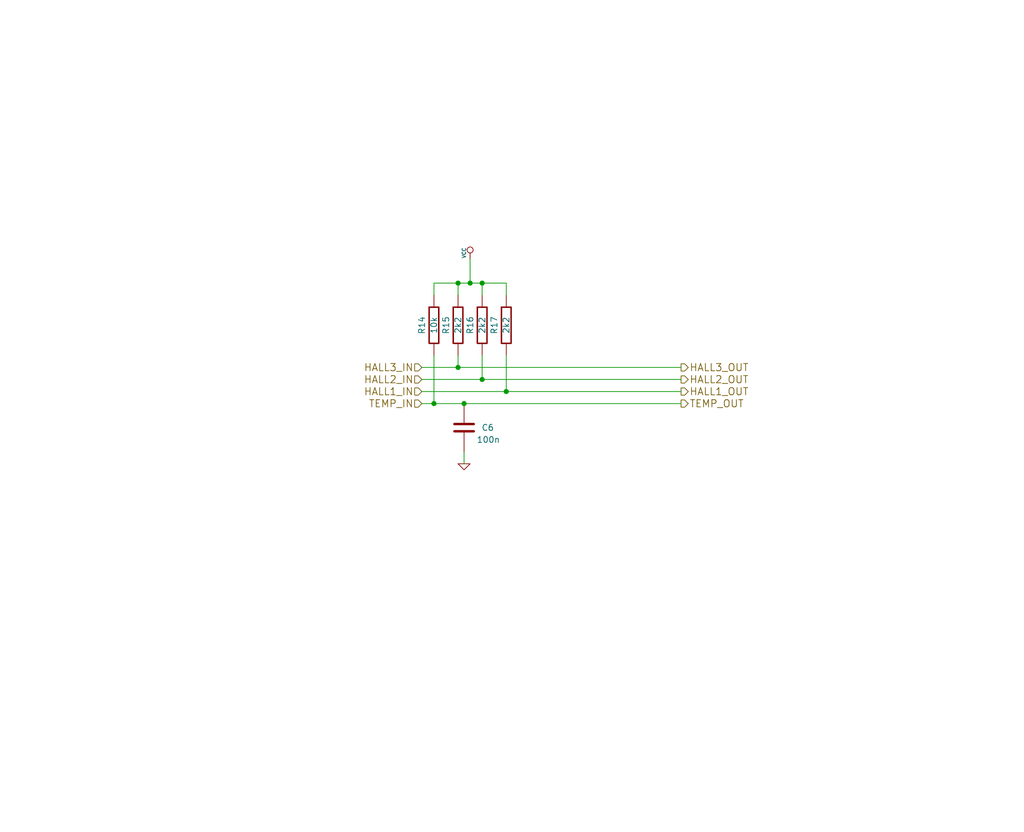
<source format=kicad_sch>
(kicad_sch (version 20230121) (generator eeschema)
  (paper "User" 215.798 175.412)
  (title_block (title "Cheap FOCer 2") (date "2020-04-08") (rev "0.9") (company "Shaman Systems") (comment 1 "Root") (comment 4 "Top level"))
  (lib_symbols
    (symbol "BLDC_4-rescue:C-RESCUE-BLDC_4" (pin_numbers hide) (pin_names (offset 0.254))
      (property "Reference" "C" (at 0 2.54 0))
      (property "Value" "C-RESCUE-BLDC_4" (at 0.1524 -2.159 0))
      (symbol "C-RESCUE-BLDC_4_0_1"
        (polyline (pts (xy -2.032 -0.762) (xy 2.032 -0.762)) (stroke (width 0.508)))
        (polyline (pts (xy -2.032 0.762) (xy 2.032 0.762)) (stroke (width 0.508)))
      )
      (symbol "C-RESCUE-BLDC_4_1_1"
        (pin passive line (at 0 5.08 270) (length 4.318) (name "~") (number "1"))
        (pin passive line (at 0 -5.08 90) (length 4.318) (name "~") (number "2"))
      )
    )
    (symbol "BLDC_4-rescue:GND-RESCUE-BLDC_4" (power) (pin_names (offset 0))
      (symbol "GND-RESCUE-BLDC_4_0_1"
        (polyline (pts (xy -1.27 0) (xy 0 -1.27) (xy 1.27 0) (xy -1.27 0)))
      )
      (symbol "GND-RESCUE-BLDC_4_1_1"
        (pin power_in line (at 0 0 90) (length 0) hide (name "GND") (number "1"))
      )
    )
    (symbol "BLDC_4-rescue:R-RESCUE-BLDC_4" (pin_numbers hide) (pin_names (offset 0))
      (property "Reference" "R" (at 2.032 0 90))
      (property "Value" "R-RESCUE-BLDC_4" (at 0.1778 0.0254 90))
      (symbol "R-RESCUE-BLDC_4_0_1"
        (rectangle (start -1.016 3.81) (end 1.016 -3.81) (stroke (width 0.3048)))
      )
      (symbol "R-RESCUE-BLDC_4_1_1"
        (pin passive line (at 0 6.35 270) (length 2.54) (name "~") (number "1"))
        (pin passive line (at 0 -6.35 90) (length 2.54) (name "~") (number "2"))
      )
    )
    (symbol "BLDC_4-rescue:VCC" (power) (pin_names (offset 0))
      (property "Value" "VCC" (at 0 3.81 0))
      (symbol "VCC_0_1"
        (polyline (pts (xy 0 0) (xy 0 1.27)))
        (circle (center 0 1.905) (radius 0.635))
      )
      (symbol "VCC_1_1"
        (pin power_in line (at 0 0 90) (length 0) hide (name "VCC") (number "1"))
      )
    )
  )
  (junction (at 96.52 77.47))
  (junction (at 101.6 80.01))
  (junction (at 99.06 59.69))
  (junction (at 97.79 85.09))
  (junction (at 96.52 59.69))
  (junction (at 106.68 82.55))
  (junction (at 101.6 59.69))
  (junction (at 91.44 85.09))
  (wire (pts (xy 101.6 74.93) (xy 101.6 80.01)))
  (wire (pts (xy 99.06 54.61) (xy 99.06 59.69)))
  (wire (pts (xy 91.44 85.09) (xy 97.79 85.09)))
  (wire (pts (xy 97.79 85.09) (xy 143.51 85.09)))
  (wire (pts (xy 99.06 59.69) (xy 101.6 59.69)))
  (wire (pts (xy 106.68 74.93) (xy 106.68 82.55)))
  (wire (pts (xy 106.68 82.55) (xy 143.51 82.55)))
  (wire (pts (xy 96.52 62.23) (xy 96.52 59.69)))
  (wire (pts (xy 91.44 59.69) (xy 96.52 59.69)))
  (wire (pts (xy 88.9 80.01) (xy 101.6 80.01)))
  (wire (pts (xy 106.68 59.69) (xy 106.68 62.23)))
  (wire (pts (xy 96.52 59.69) (xy 99.06 59.69)))
  (wire (pts (xy 88.9 82.55) (xy 106.68 82.55)))
  (wire (pts (xy 101.6 80.01) (xy 143.51 80.01)))
  (wire (pts (xy 88.9 85.09) (xy 91.44 85.09)))
  (wire (pts (xy 91.44 74.93) (xy 91.44 85.09)))
  (wire (pts (xy 96.52 74.93) (xy 96.52 77.47)))
  (wire (pts (xy 97.79 95.25) (xy 97.79 97.79)))
  (wire (pts (xy 88.9 77.47) (xy 96.52 77.47)))
  (wire (pts (xy 101.6 59.69) (xy 106.68 59.69)))
  (wire (pts (xy 91.44 59.69) (xy 91.44 62.23)))
  (wire (pts (xy 96.52 77.47) (xy 143.51 77.47)))
  (wire (pts (xy 101.6 59.69) (xy 101.6 62.23)))
  (hierarchical_label "HALL3_OUT" (shape output) (at 143.51 77.47 0) (effects (font (size 1.524 1.524))))
  (hierarchical_label "HALL1_IN" (shape input) (at 88.9 82.55 180) (effects (font (size 1.524 1.524))))
  (hierarchical_label "HALL1_OUT" (shape output) (at 143.51 82.55 0) (effects (font (size 1.524 1.524))))
  (hierarchical_label "HALL2_IN" (shape input) (at 88.9 80.01 180) (effects (font (size 1.524 1.524))))
  (hierarchical_label "TEMP_OUT" (shape output) (at 143.51 85.09 0) (effects (font (size 1.524 1.524))))
  (hierarchical_label "HALL3_IN" (shape input) (at 88.9 77.47 180) (effects (font (size 1.524 1.524))))
  (hierarchical_label "HALL2_OUT" (shape output) (at 143.51 80.01 0) (effects (font (size 1.524 1.524))))
  (hierarchical_label "TEMP_IN" (shape input) (at 88.9 85.09 180) (effects (font (size 1.524 1.524))))
  (symbol (lib_id "BLDC_4-rescue:R-RESCUE-BLDC_4") (at 91.44 68.58 180) (unit 1)
    (property "Reference" "R14" (at 88.9 68.58 90))
    (property "Value" "10k" (at 91.44 68.58 90))
    (property "Footprint" "Resistor_SMD:R_0603_1608Metric" (effects hide))
    (property "LCSC Part#" "C25804" (effects hide))
    (property "LSCS Part #" "C25804" (effects hide))
    (property "LCSC Part #" "C25804" (effects hide))
  )
  (symbol (lib_id "BLDC_4-rescue:R-RESCUE-BLDC_4") (at 96.52 68.58 180) (unit 1)
    (property "Reference" "R15" (at 93.98 68.58 90))
    (property "Value" "2k2" (at 96.52 68.58 90))
    (property "Footprint" "Resistor_SMD:R_0603_1608Metric" (effects hide))
    (property "LCSC Part#" "C4190" (effects hide))
    (property "LSCS Part #" "C4190" (effects hide))
    (property "LCSC Part #" "C4190" (effects hide))
  )
  (symbol (lib_id "BLDC_4-rescue:R-RESCUE-BLDC_4") (at 101.6 68.58 180) (unit 1)
    (property "Reference" "R16" (at 99.06 68.58 90))
    (property "Value" "2k2" (at 101.6 68.58 90))
    (property "Footprint" "Resistor_SMD:R_0603_1608Metric" (effects hide))
    (property "LCSC Part#" "C4190" (effects hide))
    (property "LSCS Part #" "C4190" (effects hide))
    (property "LCSC Part #" "C4190" (effects hide))
  )
  (symbol (lib_id "BLDC_4-rescue:R-RESCUE-BLDC_4") (at 106.68 68.58 180) (unit 1)
    (property "Reference" "R17" (at 104.14 68.58 90))
    (property "Value" "2k2" (at 106.68 68.58 90))
    (property "Footprint" "Resistor_SMD:R_0603_1608Metric" (effects hide))
    (property "LCSC Part#" "C4190" (effects hide))
    (property "LSCS Part #" "C4190" (effects hide))
    (property "LCSC Part #" "C4190" (effects hide))
  )
  (symbol (lib_id "BLDC_4-rescue:VCC") (at 99.06 54.61 0) (unit 1)
    (property "Reference" "#PWR030" (effects hide))
    (property "Value" "VCC" (at 97.79 53.34 90) (effects (font (size 0.762 0.762))))
  )
  (symbol (lib_id "BLDC_4-rescue:C-RESCUE-BLDC_4") (at 97.79 90.17 180) (unit 1)
    (property "Reference" "C6" (at 104.14 90.17 0) (effects (justify left)))
    (property "Value" "100n" (at 105.41 92.71 0) (effects (justify left)))
    (property "Footprint" "Capacitor_SMD:C_0603_1608Metric" (effects hide))
    (property "LCSC Part#" "C14663" (effects hide))
    (property "LSCS Part #" "C14663" (effects hide))
    (property "LCSC Part #" "C14663" (effects hide))
  )
  (symbol (lib_id "BLDC_4-rescue:GND-RESCUE-BLDC_4") (at 97.79 97.79 0) (unit 1)
    (property "Reference" "#PWR029" (effects hide))
    (property "Value" "GND" (effects hide))
  )
)
</source>
